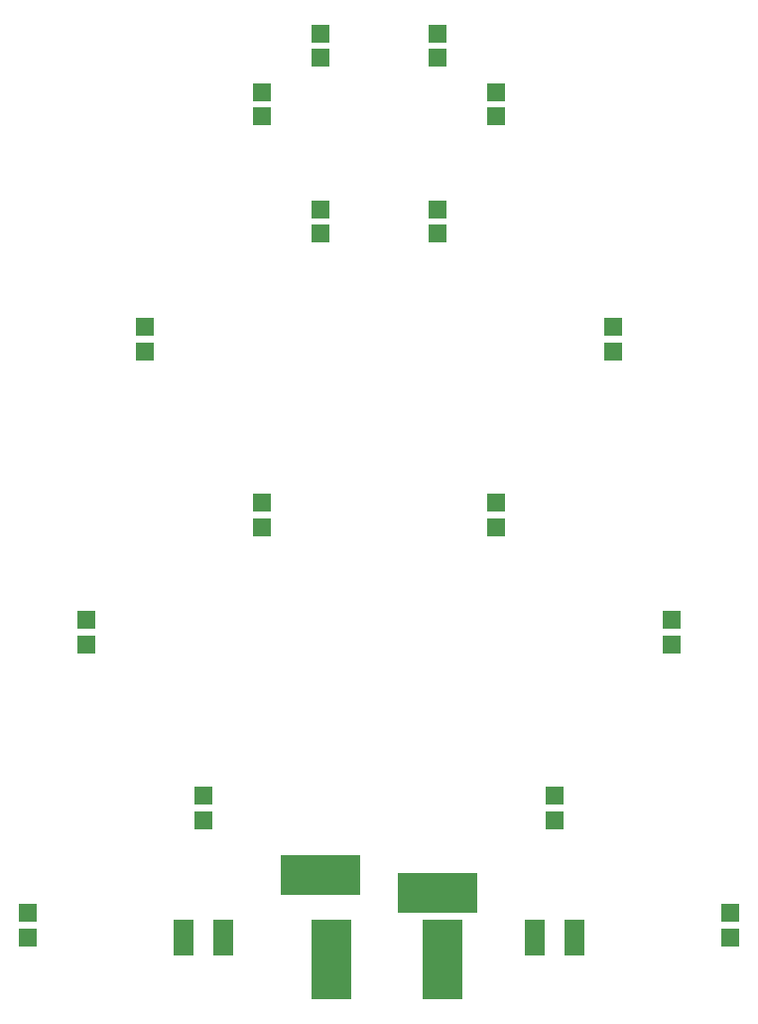
<source format=gbr>
G04 #@! TF.FileFunction,Soldermask,Top*
%FSLAX46Y46*%
G04 Gerber Fmt 4.6, Leading zero omitted, Abs format (unit mm)*
G04 Created by KiCad (PCBNEW 4.0.4-stable) date 12/14/16 08:21:57*
%MOMM*%
%LPD*%
G01*
G04 APERTURE LIST*
%ADD10C,0.100000*%
%ADD11R,1.598880X1.598880*%
%ADD12R,6.900000X3.400000*%
%ADD13R,3.400000X6.851600*%
%ADD14R,1.800000X3.100000*%
G04 APERTURE END LIST*
D10*
D11*
X45000000Y-16049020D03*
X45000000Y-13950980D03*
X40000000Y-21049020D03*
X40000000Y-18950980D03*
X45000000Y-31049020D03*
X45000000Y-28950980D03*
X30000000Y-41049020D03*
X30000000Y-38950980D03*
X40000000Y-56049020D03*
X40000000Y-53950980D03*
X25000000Y-66049020D03*
X25000000Y-63950980D03*
X35000000Y-81049020D03*
X35000000Y-78950980D03*
X20000000Y-91049020D03*
X20000000Y-88950980D03*
X55000000Y-16049020D03*
X55000000Y-13950980D03*
X60000000Y-21049020D03*
X60000000Y-18950980D03*
X55000000Y-31049020D03*
X55000000Y-28950980D03*
X70000000Y-41049020D03*
X70000000Y-38950980D03*
X60000000Y-56049020D03*
X60000000Y-53950980D03*
X75000000Y-66049020D03*
X75000000Y-63950980D03*
X65000000Y-81049020D03*
X65000000Y-78950980D03*
X80000000Y-91049020D03*
X80000000Y-88950980D03*
D12*
X55000000Y-87200000D03*
D13*
X55400000Y-92900000D03*
D12*
X45000000Y-85700000D03*
D13*
X45900000Y-92900000D03*
D14*
X33300000Y-91000000D03*
X36700000Y-91000000D03*
X66700000Y-91000000D03*
X63300000Y-91000000D03*
M02*

</source>
